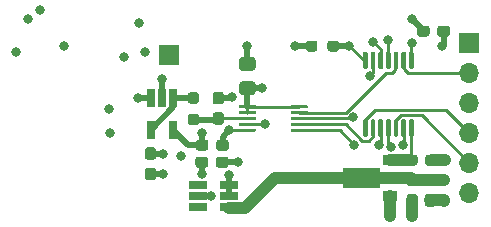
<source format=gbr>
%TF.GenerationSoftware,KiCad,Pcbnew,(5.1.6)-1*%
%TF.CreationDate,2020-11-12T12:57:51-08:00*%
%TF.ProjectId,frontendfullv2,66726f6e-7465-46e6-9466-756c6c76322e,rev?*%
%TF.SameCoordinates,Original*%
%TF.FileFunction,Copper,L1,Top*%
%TF.FilePolarity,Positive*%
%FSLAX46Y46*%
G04 Gerber Fmt 4.6, Leading zero omitted, Abs format (unit mm)*
G04 Created by KiCad (PCBNEW (5.1.6)-1) date 2020-11-12 12:57:51*
%MOMM*%
%LPD*%
G01*
G04 APERTURE LIST*
%TA.AperFunction,ComponentPad*%
%ADD10R,1.700000X1.700000*%
%TD*%
%TA.AperFunction,SMDPad,CuDef*%
%ADD11C,0.100000*%
%TD*%
%TA.AperFunction,SMDPad,CuDef*%
%ADD12R,1.300000X0.900000*%
%TD*%
%TA.AperFunction,SMDPad,CuDef*%
%ADD13R,1.560000X0.650000*%
%TD*%
%TA.AperFunction,SMDPad,CuDef*%
%ADD14R,0.650000X1.560000*%
%TD*%
%TA.AperFunction,ComponentPad*%
%ADD15O,1.700000X1.700000*%
%TD*%
%TA.AperFunction,ViaPad*%
%ADD16C,0.800000*%
%TD*%
%TA.AperFunction,Conductor*%
%ADD17C,0.500000*%
%TD*%
%TA.AperFunction,Conductor*%
%ADD18C,0.250000*%
%TD*%
%TA.AperFunction,Conductor*%
%ADD19C,1.000000*%
%TD*%
G04 APERTURE END LIST*
%TO.P,C7,2*%
%TO.N,GNDA*%
%TA.AperFunction,SMDPad,CuDef*%
G36*
G01*
X87064001Y-119429000D02*
X86163999Y-119429000D01*
G75*
G02*
X85914000Y-119179001I0J249999D01*
G01*
X85914000Y-118528999D01*
G75*
G02*
X86163999Y-118279000I249999J0D01*
G01*
X87064001Y-118279000D01*
G75*
G02*
X87314000Y-118528999I0J-249999D01*
G01*
X87314000Y-119179001D01*
G75*
G02*
X87064001Y-119429000I-249999J0D01*
G01*
G37*
%TD.AperFunction*%
%TO.P,C7,1*%
%TO.N,Net-(C5-Pad1)*%
%TA.AperFunction,SMDPad,CuDef*%
G36*
G01*
X87064001Y-121479000D02*
X86163999Y-121479000D01*
G75*
G02*
X85914000Y-121229001I0J249999D01*
G01*
X85914000Y-120578999D01*
G75*
G02*
X86163999Y-120329000I249999J0D01*
G01*
X87064001Y-120329000D01*
G75*
G02*
X87314000Y-120578999I0J-249999D01*
G01*
X87314000Y-121229001D01*
G75*
G02*
X87064001Y-121479000I-249999J0D01*
G01*
G37*
%TD.AperFunction*%
%TD*%
D10*
%TO.P,J2,1*%
%TO.N,GNDA*%
X80010000Y-118110000D03*
%TD*%
%TO.P,R5,2*%
%TO.N,GND*%
%TA.AperFunction,SMDPad,CuDef*%
G36*
G01*
X93389000Y-117585500D02*
X93389000Y-117110500D01*
G75*
G02*
X93626500Y-116873000I237500J0D01*
G01*
X94126500Y-116873000D01*
G75*
G02*
X94364000Y-117110500I0J-237500D01*
G01*
X94364000Y-117585500D01*
G75*
G02*
X94126500Y-117823000I-237500J0D01*
G01*
X93626500Y-117823000D01*
G75*
G02*
X93389000Y-117585500I0J237500D01*
G01*
G37*
%TD.AperFunction*%
%TO.P,R5,1*%
%TO.N,GNDA*%
%TA.AperFunction,SMDPad,CuDef*%
G36*
G01*
X91564000Y-117585500D02*
X91564000Y-117110500D01*
G75*
G02*
X91801500Y-116873000I237500J0D01*
G01*
X92301500Y-116873000D01*
G75*
G02*
X92539000Y-117110500I0J-237500D01*
G01*
X92539000Y-117585500D01*
G75*
G02*
X92301500Y-117823000I-237500J0D01*
G01*
X91801500Y-117823000D01*
G75*
G02*
X91564000Y-117585500I0J237500D01*
G01*
G37*
%TD.AperFunction*%
%TD*%
%TA.AperFunction,SMDPad,CuDef*%
D11*
%TO.P,U6,2*%
%TO.N,+10V*%
G36*
X94728000Y-127657500D02*
G01*
X97853000Y-127657500D01*
X97853000Y-128074000D01*
X99328000Y-128074000D01*
X99328000Y-128974000D01*
X97853000Y-128974000D01*
X97853000Y-129390500D01*
X94728000Y-129390500D01*
X94728000Y-127657500D01*
G37*
%TD.AperFunction*%
D12*
%TO.P,U6,3*%
%TO.N,+3V3*%
X98678000Y-127024000D03*
%TO.P,U6,1*%
%TO.N,GND*%
X98678000Y-130024000D03*
%TD*%
%TO.P,U5,14*%
%TO.N,+3V3*%
%TA.AperFunction,SMDPad,CuDef*%
G36*
G01*
X100402000Y-123537000D02*
X100602000Y-123537000D01*
G75*
G02*
X100702000Y-123637000I0J-100000D01*
G01*
X100702000Y-124912000D01*
G75*
G02*
X100602000Y-125012000I-100000J0D01*
G01*
X100402000Y-125012000D01*
G75*
G02*
X100302000Y-124912000I0J100000D01*
G01*
X100302000Y-123637000D01*
G75*
G02*
X100402000Y-123537000I100000J0D01*
G01*
G37*
%TD.AperFunction*%
%TO.P,U5,13*%
%TO.N,GND*%
%TA.AperFunction,SMDPad,CuDef*%
G36*
G01*
X99752000Y-123537000D02*
X99952000Y-123537000D01*
G75*
G02*
X100052000Y-123637000I0J-100000D01*
G01*
X100052000Y-124912000D01*
G75*
G02*
X99952000Y-125012000I-100000J0D01*
G01*
X99752000Y-125012000D01*
G75*
G02*
X99652000Y-124912000I0J100000D01*
G01*
X99652000Y-123637000D01*
G75*
G02*
X99752000Y-123537000I100000J0D01*
G01*
G37*
%TD.AperFunction*%
%TO.P,U5,12*%
%TO.N,Net-(J3-Pad5)*%
%TA.AperFunction,SMDPad,CuDef*%
G36*
G01*
X99102000Y-123537000D02*
X99302000Y-123537000D01*
G75*
G02*
X99402000Y-123637000I0J-100000D01*
G01*
X99402000Y-124912000D01*
G75*
G02*
X99302000Y-125012000I-100000J0D01*
G01*
X99102000Y-125012000D01*
G75*
G02*
X99002000Y-124912000I0J100000D01*
G01*
X99002000Y-123637000D01*
G75*
G02*
X99102000Y-123537000I100000J0D01*
G01*
G37*
%TD.AperFunction*%
%TO.P,U5,11*%
%TO.N,Net-(U4-Pad6)*%
%TA.AperFunction,SMDPad,CuDef*%
G36*
G01*
X98452000Y-123537000D02*
X98652000Y-123537000D01*
G75*
G02*
X98752000Y-123637000I0J-100000D01*
G01*
X98752000Y-124912000D01*
G75*
G02*
X98652000Y-125012000I-100000J0D01*
G01*
X98452000Y-125012000D01*
G75*
G02*
X98352000Y-124912000I0J100000D01*
G01*
X98352000Y-123637000D01*
G75*
G02*
X98452000Y-123537000I100000J0D01*
G01*
G37*
%TD.AperFunction*%
%TO.P,U5,10*%
%TO.N,GND*%
%TA.AperFunction,SMDPad,CuDef*%
G36*
G01*
X97802000Y-123537000D02*
X98002000Y-123537000D01*
G75*
G02*
X98102000Y-123637000I0J-100000D01*
G01*
X98102000Y-124912000D01*
G75*
G02*
X98002000Y-125012000I-100000J0D01*
G01*
X97802000Y-125012000D01*
G75*
G02*
X97702000Y-124912000I0J100000D01*
G01*
X97702000Y-123637000D01*
G75*
G02*
X97802000Y-123537000I100000J0D01*
G01*
G37*
%TD.AperFunction*%
%TO.P,U5,9*%
%TO.N,/DOUT*%
%TA.AperFunction,SMDPad,CuDef*%
G36*
G01*
X97152000Y-123537000D02*
X97352000Y-123537000D01*
G75*
G02*
X97452000Y-123637000I0J-100000D01*
G01*
X97452000Y-124912000D01*
G75*
G02*
X97352000Y-125012000I-100000J0D01*
G01*
X97152000Y-125012000D01*
G75*
G02*
X97052000Y-124912000I0J100000D01*
G01*
X97052000Y-123637000D01*
G75*
G02*
X97152000Y-123537000I100000J0D01*
G01*
G37*
%TD.AperFunction*%
%TO.P,U5,8*%
%TO.N,/DOUT_BUF*%
%TA.AperFunction,SMDPad,CuDef*%
G36*
G01*
X96502000Y-123537000D02*
X96702000Y-123537000D01*
G75*
G02*
X96802000Y-123637000I0J-100000D01*
G01*
X96802000Y-124912000D01*
G75*
G02*
X96702000Y-125012000I-100000J0D01*
G01*
X96502000Y-125012000D01*
G75*
G02*
X96402000Y-124912000I0J100000D01*
G01*
X96402000Y-123637000D01*
G75*
G02*
X96502000Y-123537000I100000J0D01*
G01*
G37*
%TD.AperFunction*%
%TO.P,U5,7*%
%TO.N,GND*%
%TA.AperFunction,SMDPad,CuDef*%
G36*
G01*
X96502000Y-117812000D02*
X96702000Y-117812000D01*
G75*
G02*
X96802000Y-117912000I0J-100000D01*
G01*
X96802000Y-119187000D01*
G75*
G02*
X96702000Y-119287000I-100000J0D01*
G01*
X96502000Y-119287000D01*
G75*
G02*
X96402000Y-119187000I0J100000D01*
G01*
X96402000Y-117912000D01*
G75*
G02*
X96502000Y-117812000I100000J0D01*
G01*
G37*
%TD.AperFunction*%
%TO.P,U5,6*%
%TO.N,Net-(U4-Pad8)*%
%TA.AperFunction,SMDPad,CuDef*%
G36*
G01*
X97152000Y-117812000D02*
X97352000Y-117812000D01*
G75*
G02*
X97452000Y-117912000I0J-100000D01*
G01*
X97452000Y-119187000D01*
G75*
G02*
X97352000Y-119287000I-100000J0D01*
G01*
X97152000Y-119287000D01*
G75*
G02*
X97052000Y-119187000I0J100000D01*
G01*
X97052000Y-117912000D01*
G75*
G02*
X97152000Y-117812000I100000J0D01*
G01*
G37*
%TD.AperFunction*%
%TO.P,U5,5*%
%TO.N,Net-(J3-Pad3)*%
%TA.AperFunction,SMDPad,CuDef*%
G36*
G01*
X97802000Y-117812000D02*
X98002000Y-117812000D01*
G75*
G02*
X98102000Y-117912000I0J-100000D01*
G01*
X98102000Y-119187000D01*
G75*
G02*
X98002000Y-119287000I-100000J0D01*
G01*
X97802000Y-119287000D01*
G75*
G02*
X97702000Y-119187000I0J100000D01*
G01*
X97702000Y-117912000D01*
G75*
G02*
X97802000Y-117812000I100000J0D01*
G01*
G37*
%TD.AperFunction*%
%TO.P,U5,4*%
%TO.N,GND*%
%TA.AperFunction,SMDPad,CuDef*%
G36*
G01*
X98452000Y-117812000D02*
X98652000Y-117812000D01*
G75*
G02*
X98752000Y-117912000I0J-100000D01*
G01*
X98752000Y-119187000D01*
G75*
G02*
X98652000Y-119287000I-100000J0D01*
G01*
X98452000Y-119287000D01*
G75*
G02*
X98352000Y-119187000I0J100000D01*
G01*
X98352000Y-117912000D01*
G75*
G02*
X98452000Y-117812000I100000J0D01*
G01*
G37*
%TD.AperFunction*%
%TO.P,U5,3*%
%TO.N,Net-(U4-Pad9)*%
%TA.AperFunction,SMDPad,CuDef*%
G36*
G01*
X99102000Y-117812000D02*
X99302000Y-117812000D01*
G75*
G02*
X99402000Y-117912000I0J-100000D01*
G01*
X99402000Y-119187000D01*
G75*
G02*
X99302000Y-119287000I-100000J0D01*
G01*
X99102000Y-119287000D01*
G75*
G02*
X99002000Y-119187000I0J100000D01*
G01*
X99002000Y-117912000D01*
G75*
G02*
X99102000Y-117812000I100000J0D01*
G01*
G37*
%TD.AperFunction*%
%TO.P,U5,2*%
%TO.N,Net-(J3-Pad2)*%
%TA.AperFunction,SMDPad,CuDef*%
G36*
G01*
X99752000Y-117812000D02*
X99952000Y-117812000D01*
G75*
G02*
X100052000Y-117912000I0J-100000D01*
G01*
X100052000Y-119187000D01*
G75*
G02*
X99952000Y-119287000I-100000J0D01*
G01*
X99752000Y-119287000D01*
G75*
G02*
X99652000Y-119187000I0J100000D01*
G01*
X99652000Y-117912000D01*
G75*
G02*
X99752000Y-117812000I100000J0D01*
G01*
G37*
%TD.AperFunction*%
%TO.P,U5,1*%
%TO.N,GND*%
%TA.AperFunction,SMDPad,CuDef*%
G36*
G01*
X100402000Y-117812000D02*
X100602000Y-117812000D01*
G75*
G02*
X100702000Y-117912000I0J-100000D01*
G01*
X100702000Y-119187000D01*
G75*
G02*
X100602000Y-119287000I-100000J0D01*
G01*
X100402000Y-119287000D01*
G75*
G02*
X100302000Y-119187000I0J100000D01*
G01*
X100302000Y-117912000D01*
G75*
G02*
X100402000Y-117812000I100000J0D01*
G01*
G37*
%TD.AperFunction*%
%TD*%
%TO.P,U4,10*%
%TO.N,Net-(C5-Pad1)*%
%TA.AperFunction,SMDPad,CuDef*%
G36*
G01*
X90273400Y-122544400D02*
X90273400Y-122394400D01*
G75*
G02*
X90348400Y-122319400I75000J0D01*
G01*
X91648400Y-122319400D01*
G75*
G02*
X91723400Y-122394400I0J-75000D01*
G01*
X91723400Y-122544400D01*
G75*
G02*
X91648400Y-122619400I-75000J0D01*
G01*
X90348400Y-122619400D01*
G75*
G02*
X90273400Y-122544400I0J75000D01*
G01*
G37*
%TD.AperFunction*%
%TO.P,U4,9*%
%TO.N,Net-(U4-Pad9)*%
%TA.AperFunction,SMDPad,CuDef*%
G36*
G01*
X90273400Y-123044400D02*
X90273400Y-122894400D01*
G75*
G02*
X90348400Y-122819400I75000J0D01*
G01*
X91648400Y-122819400D01*
G75*
G02*
X91723400Y-122894400I0J-75000D01*
G01*
X91723400Y-123044400D01*
G75*
G02*
X91648400Y-123119400I-75000J0D01*
G01*
X90348400Y-123119400D01*
G75*
G02*
X90273400Y-123044400I0J75000D01*
G01*
G37*
%TD.AperFunction*%
%TO.P,U4,8*%
%TO.N,Net-(U4-Pad8)*%
%TA.AperFunction,SMDPad,CuDef*%
G36*
G01*
X90273400Y-123544400D02*
X90273400Y-123394400D01*
G75*
G02*
X90348400Y-123319400I75000J0D01*
G01*
X91648400Y-123319400D01*
G75*
G02*
X91723400Y-123394400I0J-75000D01*
G01*
X91723400Y-123544400D01*
G75*
G02*
X91648400Y-123619400I-75000J0D01*
G01*
X90348400Y-123619400D01*
G75*
G02*
X90273400Y-123544400I0J75000D01*
G01*
G37*
%TD.AperFunction*%
%TO.P,U4,7*%
%TO.N,/DOUT*%
%TA.AperFunction,SMDPad,CuDef*%
G36*
G01*
X90273400Y-124044400D02*
X90273400Y-123894400D01*
G75*
G02*
X90348400Y-123819400I75000J0D01*
G01*
X91648400Y-123819400D01*
G75*
G02*
X91723400Y-123894400I0J-75000D01*
G01*
X91723400Y-124044400D01*
G75*
G02*
X91648400Y-124119400I-75000J0D01*
G01*
X90348400Y-124119400D01*
G75*
G02*
X90273400Y-124044400I0J75000D01*
G01*
G37*
%TD.AperFunction*%
%TO.P,U4,6*%
%TO.N,Net-(U4-Pad6)*%
%TA.AperFunction,SMDPad,CuDef*%
G36*
G01*
X90273400Y-124544400D02*
X90273400Y-124394400D01*
G75*
G02*
X90348400Y-124319400I75000J0D01*
G01*
X91648400Y-124319400D01*
G75*
G02*
X91723400Y-124394400I0J-75000D01*
G01*
X91723400Y-124544400D01*
G75*
G02*
X91648400Y-124619400I-75000J0D01*
G01*
X90348400Y-124619400D01*
G75*
G02*
X90273400Y-124544400I0J75000D01*
G01*
G37*
%TD.AperFunction*%
%TO.P,U4,5*%
%TO.N,GNDA*%
%TA.AperFunction,SMDPad,CuDef*%
G36*
G01*
X85873400Y-124544400D02*
X85873400Y-124394400D01*
G75*
G02*
X85948400Y-124319400I75000J0D01*
G01*
X87248400Y-124319400D01*
G75*
G02*
X87323400Y-124394400I0J-75000D01*
G01*
X87323400Y-124544400D01*
G75*
G02*
X87248400Y-124619400I-75000J0D01*
G01*
X85948400Y-124619400D01*
G75*
G02*
X85873400Y-124544400I0J75000D01*
G01*
G37*
%TD.AperFunction*%
%TO.P,U4,4*%
%TA.AperFunction,SMDPad,CuDef*%
G36*
G01*
X85873400Y-124044400D02*
X85873400Y-123894400D01*
G75*
G02*
X85948400Y-123819400I75000J0D01*
G01*
X87248400Y-123819400D01*
G75*
G02*
X87323400Y-123894400I0J-75000D01*
G01*
X87323400Y-124044400D01*
G75*
G02*
X87248400Y-124119400I-75000J0D01*
G01*
X85948400Y-124119400D01*
G75*
G02*
X85873400Y-124044400I0J75000D01*
G01*
G37*
%TD.AperFunction*%
%TO.P,U4,3*%
%TO.N,Net-(C4-Pad1)*%
%TA.AperFunction,SMDPad,CuDef*%
G36*
G01*
X85873400Y-123544400D02*
X85873400Y-123394400D01*
G75*
G02*
X85948400Y-123319400I75000J0D01*
G01*
X87248400Y-123319400D01*
G75*
G02*
X87323400Y-123394400I0J-75000D01*
G01*
X87323400Y-123544400D01*
G75*
G02*
X87248400Y-123619400I-75000J0D01*
G01*
X85948400Y-123619400D01*
G75*
G02*
X85873400Y-123544400I0J75000D01*
G01*
G37*
%TD.AperFunction*%
%TO.P,U4,2*%
%TO.N,Net-(C5-Pad1)*%
%TA.AperFunction,SMDPad,CuDef*%
G36*
G01*
X85873400Y-123044400D02*
X85873400Y-122894400D01*
G75*
G02*
X85948400Y-122819400I75000J0D01*
G01*
X87248400Y-122819400D01*
G75*
G02*
X87323400Y-122894400I0J-75000D01*
G01*
X87323400Y-123044400D01*
G75*
G02*
X87248400Y-123119400I-75000J0D01*
G01*
X85948400Y-123119400D01*
G75*
G02*
X85873400Y-123044400I0J75000D01*
G01*
G37*
%TD.AperFunction*%
%TO.P,U4,1*%
%TA.AperFunction,SMDPad,CuDef*%
G36*
G01*
X85873400Y-122544400D02*
X85873400Y-122394400D01*
G75*
G02*
X85948400Y-122319400I75000J0D01*
G01*
X87248400Y-122319400D01*
G75*
G02*
X87323400Y-122394400I0J-75000D01*
G01*
X87323400Y-122544400D01*
G75*
G02*
X87248400Y-122619400I-75000J0D01*
G01*
X85948400Y-122619400D01*
G75*
G02*
X85873400Y-122544400I0J75000D01*
G01*
G37*
%TD.AperFunction*%
%TD*%
D13*
%TO.P,U3,5*%
%TO.N,Net-(C5-Pad1)*%
X85090000Y-130048000D03*
%TO.P,U3,6*%
X85090000Y-129098000D03*
%TO.P,U3,4*%
%TO.N,+10V*%
X85090000Y-130998000D03*
%TO.P,U3,3*%
%TO.N,Net-(U3-Pad3)*%
X82390000Y-130998000D03*
%TO.P,U3,2*%
%TO.N,GNDA*%
X82390000Y-130048000D03*
%TO.P,U3,1*%
%TO.N,Net-(U3-Pad1)*%
X82390000Y-129098000D03*
%TD*%
D14*
%TO.P,U2,5*%
%TO.N,Net-(C5-Pad1)*%
X80325000Y-124438400D03*
%TO.P,U2,4*%
%TO.N,Net-(R4-Pad2)*%
X78425000Y-124438400D03*
%TO.P,U2,3*%
%TO.N,Net-(C3-Pad2)*%
X78425000Y-121738400D03*
%TO.P,U2,2*%
%TO.N,GNDA*%
X79375000Y-121738400D03*
%TO.P,U2,1*%
%TO.N,Net-(R4-Pad2)*%
X80325000Y-121738400D03*
%TD*%
%TO.P,R4,2*%
%TO.N,Net-(R4-Pad2)*%
%TA.AperFunction,SMDPad,CuDef*%
G36*
G01*
X82279500Y-122231600D02*
X81804500Y-122231600D01*
G75*
G02*
X81567000Y-121994100I0J237500D01*
G01*
X81567000Y-121494100D01*
G75*
G02*
X81804500Y-121256600I237500J0D01*
G01*
X82279500Y-121256600D01*
G75*
G02*
X82517000Y-121494100I0J-237500D01*
G01*
X82517000Y-121994100D01*
G75*
G02*
X82279500Y-122231600I-237500J0D01*
G01*
G37*
%TD.AperFunction*%
%TO.P,R4,1*%
%TO.N,Net-(C4-Pad1)*%
%TA.AperFunction,SMDPad,CuDef*%
G36*
G01*
X82279500Y-124056600D02*
X81804500Y-124056600D01*
G75*
G02*
X81567000Y-123819100I0J237500D01*
G01*
X81567000Y-123319100D01*
G75*
G02*
X81804500Y-123081600I237500J0D01*
G01*
X82279500Y-123081600D01*
G75*
G02*
X82517000Y-123319100I0J-237500D01*
G01*
X82517000Y-123819100D01*
G75*
G02*
X82279500Y-124056600I-237500J0D01*
G01*
G37*
%TD.AperFunction*%
%TD*%
D15*
%TO.P,J3,6*%
%TO.N,GND*%
X105410000Y-129794000D03*
%TO.P,J3,5*%
%TO.N,Net-(J3-Pad5)*%
X105410000Y-127254000D03*
%TO.P,J3,4*%
%TO.N,/DOUT_BUF*%
X105410000Y-124714000D03*
%TO.P,J3,3*%
%TO.N,Net-(J3-Pad3)*%
X105410000Y-122174000D03*
%TO.P,J3,2*%
%TO.N,Net-(J3-Pad2)*%
X105410000Y-119634000D03*
D10*
%TO.P,J3,1*%
%TO.N,+10V*%
X105410000Y-117094000D03*
%TD*%
%TO.P,C11,2*%
%TO.N,GND*%
%TA.AperFunction,SMDPad,CuDef*%
G36*
G01*
X101671000Y-127237500D02*
X101671000Y-126762500D01*
G75*
G02*
X101908500Y-126525000I237500J0D01*
G01*
X102508500Y-126525000D01*
G75*
G02*
X102746000Y-126762500I0J-237500D01*
G01*
X102746000Y-127237500D01*
G75*
G02*
X102508500Y-127475000I-237500J0D01*
G01*
X101908500Y-127475000D01*
G75*
G02*
X101671000Y-127237500I0J237500D01*
G01*
G37*
%TD.AperFunction*%
%TO.P,C11,1*%
%TO.N,+3V3*%
%TA.AperFunction,SMDPad,CuDef*%
G36*
G01*
X99946000Y-127237500D02*
X99946000Y-126762500D01*
G75*
G02*
X100183500Y-126525000I237500J0D01*
G01*
X100783500Y-126525000D01*
G75*
G02*
X101021000Y-126762500I0J-237500D01*
G01*
X101021000Y-127237500D01*
G75*
G02*
X100783500Y-127475000I-237500J0D01*
G01*
X100183500Y-127475000D01*
G75*
G02*
X99946000Y-127237500I0J237500D01*
G01*
G37*
%TD.AperFunction*%
%TD*%
%TO.P,C10,2*%
%TO.N,GND*%
%TA.AperFunction,SMDPad,CuDef*%
G36*
G01*
X100346500Y-129865000D02*
X100821500Y-129865000D01*
G75*
G02*
X101059000Y-130102500I0J-237500D01*
G01*
X101059000Y-130702500D01*
G75*
G02*
X100821500Y-130940000I-237500J0D01*
G01*
X100346500Y-130940000D01*
G75*
G02*
X100109000Y-130702500I0J237500D01*
G01*
X100109000Y-130102500D01*
G75*
G02*
X100346500Y-129865000I237500J0D01*
G01*
G37*
%TD.AperFunction*%
%TO.P,C10,1*%
%TO.N,+10V*%
%TA.AperFunction,SMDPad,CuDef*%
G36*
G01*
X100346500Y-128140000D02*
X100821500Y-128140000D01*
G75*
G02*
X101059000Y-128377500I0J-237500D01*
G01*
X101059000Y-128977500D01*
G75*
G02*
X100821500Y-129215000I-237500J0D01*
G01*
X100346500Y-129215000D01*
G75*
G02*
X100109000Y-128977500I0J237500D01*
G01*
X100109000Y-128377500D01*
G75*
G02*
X100346500Y-128140000I237500J0D01*
G01*
G37*
%TD.AperFunction*%
%TD*%
%TO.P,C9,2*%
%TO.N,GND*%
%TA.AperFunction,SMDPad,CuDef*%
G36*
G01*
X101870500Y-129865000D02*
X102345500Y-129865000D01*
G75*
G02*
X102583000Y-130102500I0J-237500D01*
G01*
X102583000Y-130702500D01*
G75*
G02*
X102345500Y-130940000I-237500J0D01*
G01*
X101870500Y-130940000D01*
G75*
G02*
X101633000Y-130702500I0J237500D01*
G01*
X101633000Y-130102500D01*
G75*
G02*
X101870500Y-129865000I237500J0D01*
G01*
G37*
%TD.AperFunction*%
%TO.P,C9,1*%
%TO.N,+10V*%
%TA.AperFunction,SMDPad,CuDef*%
G36*
G01*
X101870500Y-128140000D02*
X102345500Y-128140000D01*
G75*
G02*
X102583000Y-128377500I0J-237500D01*
G01*
X102583000Y-128977500D01*
G75*
G02*
X102345500Y-129215000I-237500J0D01*
G01*
X101870500Y-129215000D01*
G75*
G02*
X101633000Y-128977500I0J237500D01*
G01*
X101633000Y-128377500D01*
G75*
G02*
X101870500Y-128140000I237500J0D01*
G01*
G37*
%TD.AperFunction*%
%TD*%
%TO.P,C8,2*%
%TO.N,GND*%
%TA.AperFunction,SMDPad,CuDef*%
G36*
G01*
X102037000Y-115840500D02*
X102037000Y-116315500D01*
G75*
G02*
X101799500Y-116553000I-237500J0D01*
G01*
X101199500Y-116553000D01*
G75*
G02*
X100962000Y-116315500I0J237500D01*
G01*
X100962000Y-115840500D01*
G75*
G02*
X101199500Y-115603000I237500J0D01*
G01*
X101799500Y-115603000D01*
G75*
G02*
X102037000Y-115840500I0J-237500D01*
G01*
G37*
%TD.AperFunction*%
%TO.P,C8,1*%
%TO.N,+10V*%
%TA.AperFunction,SMDPad,CuDef*%
G36*
G01*
X103762000Y-115840500D02*
X103762000Y-116315500D01*
G75*
G02*
X103524500Y-116553000I-237500J0D01*
G01*
X102924500Y-116553000D01*
G75*
G02*
X102687000Y-116315500I0J237500D01*
G01*
X102687000Y-115840500D01*
G75*
G02*
X102924500Y-115603000I237500J0D01*
G01*
X103524500Y-115603000D01*
G75*
G02*
X103762000Y-115840500I0J-237500D01*
G01*
G37*
%TD.AperFunction*%
%TD*%
%TO.P,C6,2*%
%TO.N,GNDA*%
%TA.AperFunction,SMDPad,CuDef*%
G36*
G01*
X83941800Y-127415300D02*
X83941800Y-126940300D01*
G75*
G02*
X84179300Y-126702800I237500J0D01*
G01*
X84779300Y-126702800D01*
G75*
G02*
X85016800Y-126940300I0J-237500D01*
G01*
X85016800Y-127415300D01*
G75*
G02*
X84779300Y-127652800I-237500J0D01*
G01*
X84179300Y-127652800D01*
G75*
G02*
X83941800Y-127415300I0J237500D01*
G01*
G37*
%TD.AperFunction*%
%TO.P,C6,1*%
%TO.N,Net-(C5-Pad1)*%
%TA.AperFunction,SMDPad,CuDef*%
G36*
G01*
X82216800Y-127415300D02*
X82216800Y-126940300D01*
G75*
G02*
X82454300Y-126702800I237500J0D01*
G01*
X83054300Y-126702800D01*
G75*
G02*
X83291800Y-126940300I0J-237500D01*
G01*
X83291800Y-127415300D01*
G75*
G02*
X83054300Y-127652800I-237500J0D01*
G01*
X82454300Y-127652800D01*
G75*
G02*
X82216800Y-127415300I0J237500D01*
G01*
G37*
%TD.AperFunction*%
%TD*%
%TO.P,C5,2*%
%TO.N,GNDA*%
%TA.AperFunction,SMDPad,CuDef*%
G36*
G01*
X83967200Y-125967500D02*
X83967200Y-125492500D01*
G75*
G02*
X84204700Y-125255000I237500J0D01*
G01*
X84804700Y-125255000D01*
G75*
G02*
X85042200Y-125492500I0J-237500D01*
G01*
X85042200Y-125967500D01*
G75*
G02*
X84804700Y-126205000I-237500J0D01*
G01*
X84204700Y-126205000D01*
G75*
G02*
X83967200Y-125967500I0J237500D01*
G01*
G37*
%TD.AperFunction*%
%TO.P,C5,1*%
%TO.N,Net-(C5-Pad1)*%
%TA.AperFunction,SMDPad,CuDef*%
G36*
G01*
X82242200Y-125967500D02*
X82242200Y-125492500D01*
G75*
G02*
X82479700Y-125255000I237500J0D01*
G01*
X83079700Y-125255000D01*
G75*
G02*
X83317200Y-125492500I0J-237500D01*
G01*
X83317200Y-125967500D01*
G75*
G02*
X83079700Y-126205000I-237500J0D01*
G01*
X82479700Y-126205000D01*
G75*
G02*
X82242200Y-125967500I0J237500D01*
G01*
G37*
%TD.AperFunction*%
%TD*%
%TO.P,C4,2*%
%TO.N,GNDA*%
%TA.AperFunction,SMDPad,CuDef*%
G36*
G01*
X84387700Y-122280800D02*
X83912700Y-122280800D01*
G75*
G02*
X83675200Y-122043300I0J237500D01*
G01*
X83675200Y-121443300D01*
G75*
G02*
X83912700Y-121205800I237500J0D01*
G01*
X84387700Y-121205800D01*
G75*
G02*
X84625200Y-121443300I0J-237500D01*
G01*
X84625200Y-122043300D01*
G75*
G02*
X84387700Y-122280800I-237500J0D01*
G01*
G37*
%TD.AperFunction*%
%TO.P,C4,1*%
%TO.N,Net-(C4-Pad1)*%
%TA.AperFunction,SMDPad,CuDef*%
G36*
G01*
X84387700Y-124005800D02*
X83912700Y-124005800D01*
G75*
G02*
X83675200Y-123768300I0J237500D01*
G01*
X83675200Y-123168300D01*
G75*
G02*
X83912700Y-122930800I237500J0D01*
G01*
X84387700Y-122930800D01*
G75*
G02*
X84625200Y-123168300I0J-237500D01*
G01*
X84625200Y-123768300D01*
G75*
G02*
X84387700Y-124005800I-237500J0D01*
G01*
G37*
%TD.AperFunction*%
%TD*%
%TO.P,C1,2*%
%TO.N,GNDA*%
%TA.AperFunction,SMDPad,CuDef*%
G36*
G01*
X78647300Y-126979800D02*
X78172300Y-126979800D01*
G75*
G02*
X77934800Y-126742300I0J237500D01*
G01*
X77934800Y-126142300D01*
G75*
G02*
X78172300Y-125904800I237500J0D01*
G01*
X78647300Y-125904800D01*
G75*
G02*
X78884800Y-126142300I0J-237500D01*
G01*
X78884800Y-126742300D01*
G75*
G02*
X78647300Y-126979800I-237500J0D01*
G01*
G37*
%TD.AperFunction*%
%TO.P,C1,1*%
%TO.N,+3V0*%
%TA.AperFunction,SMDPad,CuDef*%
G36*
G01*
X78647300Y-128704800D02*
X78172300Y-128704800D01*
G75*
G02*
X77934800Y-128467300I0J237500D01*
G01*
X77934800Y-127867300D01*
G75*
G02*
X78172300Y-127629800I237500J0D01*
G01*
X78647300Y-127629800D01*
G75*
G02*
X78884800Y-127867300I0J-237500D01*
G01*
X78884800Y-128467300D01*
G75*
G02*
X78647300Y-128704800I-237500J0D01*
G01*
G37*
%TD.AperFunction*%
%TD*%
D16*
%TO.N,GND*%
X95250000Y-117348000D03*
X98552000Y-116840000D03*
X100584000Y-117094000D03*
X100584000Y-115062000D03*
X103378000Y-127000000D03*
X103251000Y-130429000D03*
X100584000Y-131699000D03*
X98679000Y-131699000D03*
X99758500Y-125730000D03*
X97790000Y-125730000D03*
%TO.N,+3V0*%
X67056000Y-117856000D03*
X76200000Y-118300500D03*
X74993500Y-124714000D03*
X79502000Y-128143000D03*
X77470000Y-115366800D03*
%TO.N,Net-(C3-Pad2)*%
X77343000Y-121742200D03*
%TO.N,Net-(C5-Pad1)*%
X85090000Y-128270000D03*
X82804000Y-128172998D03*
X82804000Y-124714000D03*
X87884000Y-120904000D03*
%TO.N,+10V*%
X103124000Y-117348000D03*
X103251000Y-128651000D03*
%TO.N,Net-(J3-Pad3)*%
X97282000Y-116967000D03*
%TO.N,Net-(U4-Pad8)*%
X95572153Y-123385153D03*
X97023347Y-119883347D03*
%TO.N,Net-(U4-Pad6)*%
X95638762Y-125675126D03*
X98771003Y-125924000D03*
%TO.N,GNDA*%
X68072000Y-115062000D03*
X69088000Y-114300000D03*
X71120000Y-117348000D03*
X74930000Y-122682000D03*
X79400400Y-120091200D03*
X79502000Y-126441200D03*
X85775800Y-127177800D03*
X88138000Y-123952000D03*
X85090000Y-124460000D03*
X85344000Y-121666000D03*
X90678000Y-117348000D03*
X77901800Y-117805200D03*
X83566000Y-130073400D03*
X81000600Y-126669800D03*
X86614000Y-117348000D03*
%TD*%
D17*
%TO.N,GND*%
X93876500Y-117348000D02*
X95250000Y-117348000D01*
D18*
X96451500Y-118549500D02*
X95250000Y-117348000D01*
X96602000Y-118549500D02*
X96451500Y-118549500D01*
X98552000Y-118549500D02*
X98552000Y-116840000D01*
X100502000Y-118549500D02*
X100502000Y-117176000D01*
X100502000Y-117176000D02*
X100584000Y-117094000D01*
D17*
X101499500Y-115977500D02*
X100584000Y-115062000D01*
X101499500Y-116078000D02*
X101499500Y-115977500D01*
D19*
X102208500Y-127000000D02*
X103378000Y-127000000D01*
X102108000Y-130402500D02*
X103224500Y-130402500D01*
X103224500Y-130402500D02*
X103251000Y-130429000D01*
X100584000Y-130402500D02*
X100584000Y-131699000D01*
X98678000Y-130024000D02*
X98678000Y-131698000D01*
X98678000Y-131698000D02*
X98679000Y-131699000D01*
D18*
X99852000Y-124274500D02*
X99852000Y-125636500D01*
X99852000Y-125636500D02*
X99758500Y-125730000D01*
X97902000Y-124274500D02*
X97902000Y-125618000D01*
X97902000Y-125618000D02*
X97790000Y-125730000D01*
D17*
%TO.N,+3V0*%
X78409800Y-128167300D02*
X79477700Y-128167300D01*
X79477700Y-128167300D02*
X79502000Y-128143000D01*
%TO.N,Net-(C3-Pad2)*%
X78421200Y-121742200D02*
X78425000Y-121738400D01*
X77343000Y-121742200D02*
X78421200Y-121742200D01*
%TO.N,Net-(C4-Pad1)*%
X84049400Y-123569100D02*
X84150200Y-123468300D01*
X82042000Y-123569100D02*
X84049400Y-123569100D01*
D18*
X86597300Y-123468300D02*
X86598400Y-123469400D01*
X84150200Y-123468300D02*
X86597300Y-123468300D01*
D17*
%TO.N,Net-(C5-Pad1)*%
X81616600Y-125730000D02*
X80325000Y-124438400D01*
X82779700Y-125730000D02*
X81616600Y-125730000D01*
D18*
X90998400Y-122469400D02*
X86598400Y-122469400D01*
X86598400Y-122469400D02*
X86598400Y-122969400D01*
D17*
X85090000Y-130048000D02*
X85090000Y-129098000D01*
X85090000Y-129098000D02*
X84674500Y-129098000D01*
X85090000Y-129098000D02*
X85090000Y-128270000D01*
X82754300Y-127177800D02*
X82754300Y-128123298D01*
X82754300Y-128123298D02*
X82804000Y-128172998D01*
X82779700Y-125730000D02*
X82779700Y-124738300D01*
X82779700Y-124738300D02*
X82804000Y-124714000D01*
X86598400Y-120919600D02*
X86614000Y-120904000D01*
X86598400Y-122469400D02*
X86598400Y-120919600D01*
X86614000Y-120904000D02*
X87884000Y-120904000D01*
D19*
%TO.N,+10V*%
X85165001Y-131073001D02*
X85090000Y-131073001D01*
D17*
X103224500Y-117247500D02*
X103124000Y-117348000D01*
X103224500Y-116078000D02*
X103224500Y-117247500D01*
D19*
X100430500Y-128524000D02*
X100584000Y-128677500D01*
X98590500Y-128524000D02*
X100430500Y-128524000D01*
X100584000Y-128677500D02*
X102108000Y-128677500D01*
X102108000Y-128677500D02*
X103224500Y-128677500D01*
X103224500Y-128677500D02*
X103251000Y-128651000D01*
X86430001Y-131073001D02*
X85090000Y-131073001D01*
X98590500Y-128524000D02*
X88979002Y-128524000D01*
X88979002Y-128524000D02*
X86430001Y-131073001D01*
%TO.N,+3V3*%
X100459500Y-127024000D02*
X100483500Y-127000000D01*
X98678000Y-127024000D02*
X100459500Y-127024000D01*
D18*
X100483500Y-124293000D02*
X100502000Y-124274500D01*
X100483500Y-127000000D02*
X100483500Y-124293000D01*
%TO.N,Net-(J3-Pad5)*%
X101367990Y-123211990D02*
X105410000Y-127254000D01*
X99575952Y-123211990D02*
X101367990Y-123211990D01*
X99202000Y-123585942D02*
X99575952Y-123211990D01*
X99202000Y-124274500D02*
X99202000Y-123585942D01*
%TO.N,/DOUT_BUF*%
X103457980Y-122761980D02*
X105410000Y-124714000D01*
X97425962Y-122761980D02*
X103457980Y-122761980D01*
X96602000Y-123585942D02*
X97425962Y-122761980D01*
X96602000Y-124274500D02*
X96602000Y-123585942D01*
%TO.N,Net-(J3-Pad3)*%
X97902000Y-118549500D02*
X97902000Y-117587000D01*
X97902000Y-117587000D02*
X97282000Y-116967000D01*
%TO.N,Net-(J3-Pad2)*%
X100199000Y-119634000D02*
X105410000Y-119634000D01*
X99852000Y-119287000D02*
X100199000Y-119634000D01*
X99852000Y-118549500D02*
X99852000Y-119287000D01*
D17*
%TO.N,Net-(R4-Pad2)*%
X80325000Y-122538400D02*
X80325000Y-121738400D01*
X78425000Y-124438400D02*
X80325000Y-122538400D01*
X82036300Y-121738400D02*
X82042000Y-121744100D01*
X80325000Y-121738400D02*
X82036300Y-121738400D01*
D18*
%TO.N,Net-(U4-Pad9)*%
X99077010Y-118674490D02*
X99202000Y-118549500D01*
X94962600Y-122969400D02*
X98319990Y-119612010D01*
X90998400Y-122969400D02*
X94962600Y-122969400D01*
X98828048Y-119612010D02*
X99077010Y-119363048D01*
X99077010Y-119363048D02*
X99077010Y-118674490D01*
X98319990Y-119612010D02*
X98828048Y-119612010D01*
%TO.N,Net-(U4-Pad8)*%
X90998400Y-123469400D02*
X95487906Y-123469400D01*
X95487906Y-123469400D02*
X95572153Y-123385153D01*
X97252000Y-119654694D02*
X97252000Y-118549500D01*
X97023347Y-119883347D02*
X97252000Y-119654694D01*
%TO.N,/DOUT*%
X97252000Y-124963058D02*
X97252000Y-124274500D01*
X96325952Y-125337010D02*
X96878048Y-125337010D01*
X94958342Y-123969400D02*
X96325952Y-125337010D01*
X96878048Y-125337010D02*
X97252000Y-124963058D01*
X90998400Y-123969400D02*
X94958342Y-123969400D01*
%TO.N,Net-(U4-Pad6)*%
X90998400Y-124469400D02*
X94433036Y-124469400D01*
X94433036Y-124469400D02*
X95638762Y-125675126D01*
X98552000Y-125704997D02*
X98552000Y-124274500D01*
X98771003Y-125924000D02*
X98552000Y-125704997D01*
D17*
%TO.N,GNDA*%
X79375000Y-121738400D02*
X79375000Y-120116600D01*
X79375000Y-120116600D02*
X79400400Y-120091200D01*
X78409800Y-126442300D02*
X79500900Y-126442300D01*
X79500900Y-126442300D02*
X79502000Y-126441200D01*
X84479300Y-127177800D02*
X85775800Y-127177800D01*
D18*
X86598400Y-123969400D02*
X88120600Y-123969400D01*
X88120600Y-123969400D02*
X88138000Y-123952000D01*
X86598400Y-124469400D02*
X85099400Y-124469400D01*
X85099400Y-124469400D02*
X85090000Y-124460000D01*
D17*
X84504700Y-125045300D02*
X85090000Y-124460000D01*
X84504700Y-125730000D02*
X84504700Y-125045300D01*
X84150200Y-121743300D02*
X85266700Y-121743300D01*
X85266700Y-121743300D02*
X85344000Y-121666000D01*
X92051500Y-117348000D02*
X90678000Y-117348000D01*
X82390000Y-130048000D02*
X83540600Y-130048000D01*
X83540600Y-130048000D02*
X83566000Y-130073400D01*
X86614000Y-118854000D02*
X86614000Y-117348000D01*
%TD*%
M02*

</source>
